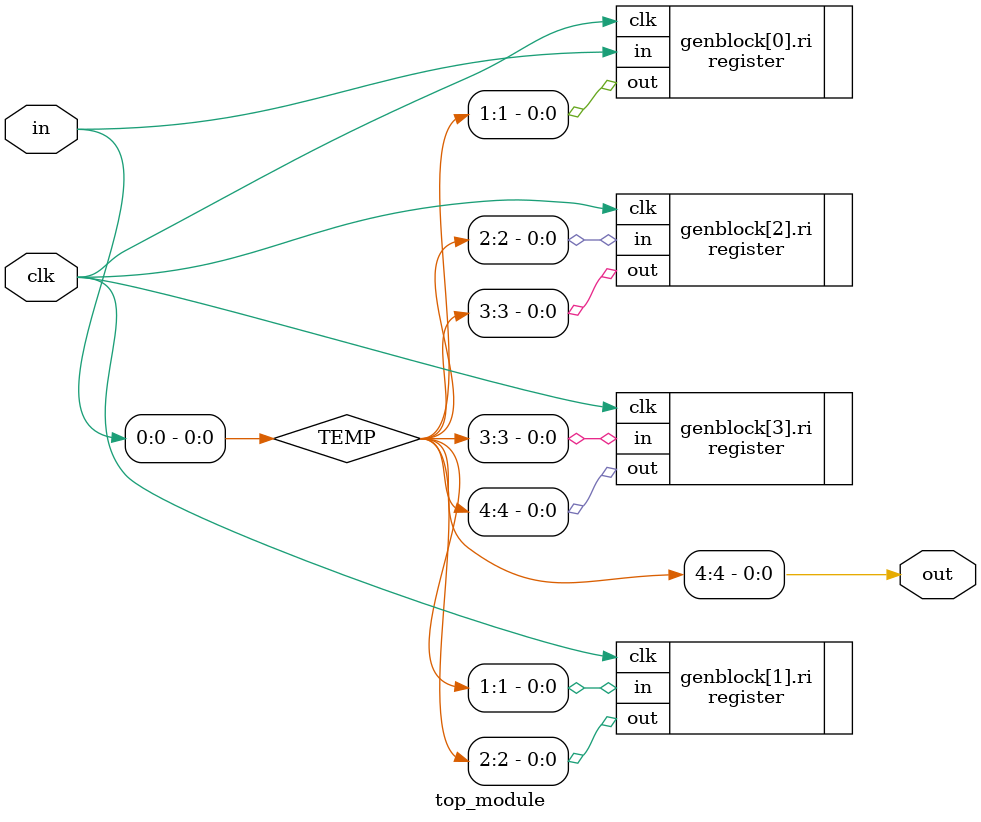
<source format=v>
`timescale 1ns / 1ps
module top_module(
    input in,
    input clk,
    output out
    );

	 wire[4:0] TEMP;

	assign TEMP[0] = in;

	

	 genvar i;

	 generate

       for(i = 0; i < 4;i=i+1) begin: genblock

		register ri(.in(TEMP[i]), .out(TEMP[i+1]), .clk(clk));

		end

    endgenerate

  assign out = TEMP[4];

endmodule

</source>
